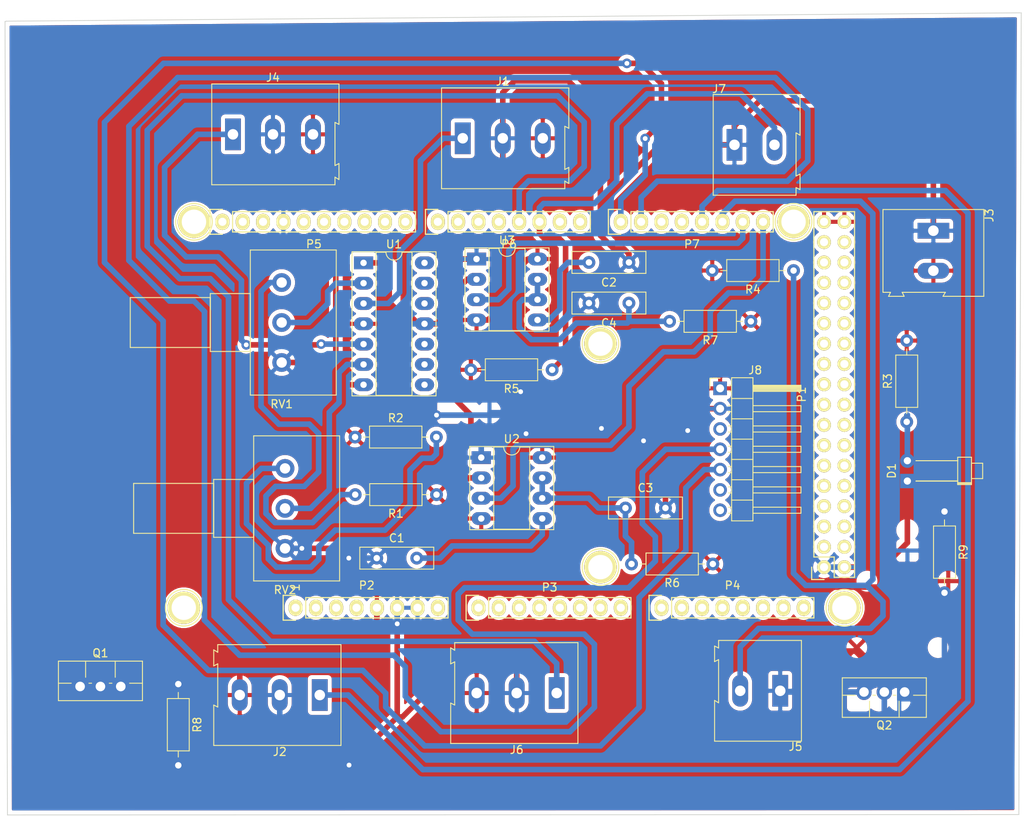
<source format=kicad_pcb>
(kicad_pcb (version 20171130) (host pcbnew "(5.1.6)-1")
  (title_block (date "mar. 31 mars 2015"))
  (layers (0 F.Cu signal) (31 B.Cu signal) (34 B.Paste user) (35 F.Paste user) (36 B.SilkS user) (37 F.SilkS user) (38 B.Mask user) (39 F.Mask user) (44 Edge.Cuts user))
  (net 0 "")
  (net 1 GND)
  (net 2 "Net-(C1-Pad2)")
  (net 3 "Net-(C2-Pad2)")
  (net 4 "Net-(C3-Pad1)")
  (net 5 "Net-(C4-Pad1)")
  (net 6 "Net-(D1-Pad2)")
  (net 7 IR_GENTS)
  (net 8 INT3_FLOW_GENTS)
  (net 9 IR_LADIES)
  (net 10 INT5_FLOW_LADIES)
  (net 11 INT4_REED_LADIES)
  (net 12 INT2_REED_GENTS)
  (net 13 INT1_LADIES)
  (net 14 INT0_GENTS)
  (net 15 "Net-(R1-Pad2)")
  (net 16 "Net-(R2-Pad2)")
  (net 17 CV_GENTS)
  (net 18 CV_LADIES)
  (net 19 GENTS_VOUT)
  (net 20 MCU_RX)
  (net 21 MCU_TX)
  (net 22 "Net-(Q1-Pad1)")
  (net 23 "Net-(Q2-Pad1)")
  (net 24 VCC)
  (net 25 LADIES_VOUT)
  (module Resistor_THT:R_Axial_DIN0207_L6.3mm_D2.5mm_P10.16mm_Horizontal (layer F.Cu) (at 116.66 128.67 270)
    (fp_text reference R8 (at 5.08 -2.37 90) (layer F.SilkS))
    (fp_text value R)
    (pad 1 thru_hole circle (at 0 0 270) (size 1.6 1.6) (drill 0.8) (layers *.Cu *.Mask) (net 25 LADIES_VOUT))
    (pad 2 thru_hole oval (at 10.16 0 270) (size 1.6 1.6) (drill 0.8) (layers *.Cu *.Mask) (net 24 VCC))
  )
  (module Potentiometer_THT:Potentiometer_Alps_RK163_Single_Horizontal (layer F.Cu) (at 130 101.7 180)
    (fp_text reference RV2 (at 0 -15.2) (layer F.SilkS))
    (fp_text value R_POT)
    (pad 3 thru_hole circle (at 0 -10 180) (size 2.34 2.34) (drill 1.3) (layers *.Cu *.Mask) (net 1 GND))
    (pad 2 thru_hole circle (at 0 -5 180) (size 2.34 2.34) (drill 1.3) (layers *.Cu *.Mask) (net 18 CV_LADIES))
    (pad 1 thru_hole circle (at 0 0 180) (size 2.34 2.34) (drill 1.3) (layers *.Cu *.Mask) (net 16 "Net-(R2-Pad2)"))
  )
  (module Socket_Arduino_Mega:Socket_Strip_Arduino_2x18 (layer F.Cu) (at 197.358 114.046 90)
    (fp_text reference P1 (at 21.59 -2.794 90) (layer F.SilkS))
    (fp_text value Digital)
    (pad 1 thru_hole circle (at 0 0 90) (size 1.7272 1.7272) (drill 1.016) (layers *.Cu *.Mask F.SilkS) (net 1 GND))
    (pad 2 thru_hole oval (at 0 2.54 90) (size 1.7272 1.7272) (drill 1.016) (layers *.Cu *.Mask F.SilkS) (net 1 GND))
    (pad 3 thru_hole oval (at 2.54 0 90) (size 1.7272 1.7272) (drill 1.016) (layers *.Cu *.Mask F.SilkS))
    (pad 4 thru_hole oval (at 2.54 2.54 90) (size 1.7272 1.7272) (drill 1.016) (layers *.Cu *.Mask F.SilkS))
    (pad 5 thru_hole oval (at 5.08 0 90) (size 1.7272 1.7272) (drill 1.016) (layers *.Cu *.Mask F.SilkS))
    (pad 6 thru_hole oval (at 5.08 2.54 90) (size 1.7272 1.7272) (drill 1.016) (layers *.Cu *.Mask F.SilkS))
    (pad 7 thru_hole oval (at 7.62 0 90) (size 1.7272 1.7272) (drill 1.016) (layers *.Cu *.Mask F.SilkS))
    (pad 8 thru_hole oval (at 7.62 2.54 90) (size 1.7272 1.7272) (drill 1.016) (layers *.Cu *.Mask F.SilkS))
    (pad 9 thru_hole oval (at 10.16 0 90) (size 1.7272 1.7272) (drill 1.016) (layers *.Cu *.Mask F.SilkS))
    (pad 10 thru_hole oval (at 10.16 2.54 90) (size 1.7272 1.7272) (drill 1.016) (layers *.Cu *.Mask F.SilkS))
    (pad 11 thru_hole oval (at 12.7 0 90) (size 1.7272 1.7272) (drill 1.016) (layers *.Cu *.Mask F.SilkS))
    (pad 12 thru_hole oval (at 12.7 2.54 90) (size 1.7272 1.7272) (drill 1.016) (layers *.Cu *.Mask F.SilkS))
    (pad 13 thru_hole oval (at 15.24 0 90) (size 1.7272 1.7272) (drill 1.016) (layers *.Cu *.Mask F.SilkS))
    (pad 14 thru_hole oval (at 15.24 2.54 90) (size 1.7272 1.7272) (drill 1.016) (layers *.Cu *.Mask F.SilkS))
    (pad 15 thru_hole oval (at 17.78 0 90) (size 1.7272 1.7272) (drill 1.016) (layers *.Cu *.Mask F.SilkS))
    (pad 16 thru_hole oval (at 17.78 2.54 90) (size 1.7272 1.7272) (drill 1.016) (layers *.Cu *.Mask F.SilkS))
    (pad 17 thru_hole oval (at 20.32 0 90) (size 1.7272 1.7272) (drill 1.016) (layers *.Cu *.Mask F.SilkS))
    (pad 18 thru_hole oval (at 20.32 2.54 90) (size 1.7272 1.7272) (drill 1.016) (layers *.Cu *.Mask F.SilkS))
    (pad 19 thru_hole oval (at 22.86 0 90) (size 1.7272 1.7272) (drill 1.016) (layers *.Cu *.Mask F.SilkS))
    (pad 20 thru_hole oval (at 22.86 2.54 90) (size 1.7272 1.7272) (drill 1.016) (layers *.Cu *.Mask F.SilkS))
    (pad 21 thru_hole oval (at 25.4 0 90) (size 1.7272 1.7272) (drill 1.016) (layers *.Cu *.Mask F.SilkS))
    (pad 22 thru_hole oval (at 25.4 2.54 90) (size 1.7272 1.7272) (drill 1.016) (layers *.Cu *.Mask F.SilkS))
    (pad 23 thru_hole oval (at 27.94 0 90) (size 1.7272 1.7272) (drill 1.016) (layers *.Cu *.Mask F.SilkS))
    (pad 24 thru_hole oval (at 27.94 2.54 90) (size 1.7272 1.7272) (drill 1.016) (layers *.Cu *.Mask F.SilkS))
    (pad 25 thru_hole oval (at 30.48 0 90) (size 1.7272 1.7272) (drill 1.016) (layers *.Cu *.Mask F.SilkS))
    (pad 26 thru_hole oval (at 30.48 2.54 90) (size 1.7272 1.7272) (drill 1.016) (layers *.Cu *.Mask F.SilkS))
    (pad 27 thru_hole oval (at 33.02 0 90) (size 1.7272 1.7272) (drill 1.016) (layers *.Cu *.Mask F.SilkS))
    (pad 28 thru_hole oval (at 33.02 2.54 90) (size 1.7272 1.7272) (drill 1.016) (layers *.Cu *.Mask F.SilkS))
    (pad 29 thru_hole oval (at 35.56 0 90) (size 1.7272 1.7272) (drill 1.016) (layers *.Cu *.Mask F.SilkS))
    (pad 30 thru_hole oval (at 35.56 2.54 90) (size 1.7272 1.7272) (drill 1.016) (layers *.Cu *.Mask F.SilkS))
    (pad 31 thru_hole oval (at 38.1 0 90) (size 1.7272 1.7272) (drill 1.016) (layers *.Cu *.Mask F.SilkS))
    (pad 32 thru_hole oval (at 38.1 2.54 90) (size 1.7272 1.7272) (drill 1.016) (layers *.Cu *.Mask F.SilkS))
    (pad 33 thru_hole oval (at 40.64 0 90) (size 1.7272 1.7272) (drill 1.016) (layers *.Cu *.Mask F.SilkS))
    (pad 34 thru_hole oval (at 40.64 2.54 90) (size 1.7272 1.7272) (drill 1.016) (layers *.Cu *.Mask F.SilkS))
    (pad 35 thru_hole oval (at 43.18 0 90) (size 1.7272 1.7272) (drill 1.016) (layers *.Cu *.Mask F.SilkS) (net 24 VCC))
    (pad 36 thru_hole oval (at 43.18 2.54 90) (size 1.7272 1.7272) (drill 1.016) (layers *.Cu *.Mask F.SilkS) (net 24 VCC))
  )
  (module Socket_Arduino_Mega:Socket_Strip_Arduino_1x08 (layer F.Cu) (at 131.318 119.126)
    (fp_text reference P2 (at 8.89 -2.794) (layer F.SilkS))
    (fp_text value Power)
    (pad 1 thru_hole oval (at 0 0) (size 1.7272 2.032) (drill 1.016) (layers *.Cu *.Mask F.SilkS))
    (pad 2 thru_hole oval (at 2.54 0) (size 1.7272 2.032) (drill 1.016) (layers *.Cu *.Mask F.SilkS))
    (pad 3 thru_hole oval (at 5.08 0) (size 1.7272 2.032) (drill 1.016) (layers *.Cu *.Mask F.SilkS))
    (pad 4 thru_hole oval (at 7.62 0) (size 1.7272 2.032) (drill 1.016) (layers *.Cu *.Mask F.SilkS))
    (pad 5 thru_hole oval (at 10.16 0) (size 1.7272 2.032) (drill 1.016) (layers *.Cu *.Mask F.SilkS) (net 24 VCC))
    (pad 6 thru_hole oval (at 12.7 0) (size 1.7272 2.032) (drill 1.016) (layers *.Cu *.Mask F.SilkS) (net 1 GND))
    (pad 7 thru_hole oval (at 15.24 0) (size 1.7272 2.032) (drill 1.016) (layers *.Cu *.Mask F.SilkS) (net 1 GND))
    (pad 8 thru_hole oval (at 17.78 0) (size 1.7272 2.032) (drill 1.016) (layers *.Cu *.Mask F.SilkS))
  )
  (module Socket_Arduino_Mega:Socket_Strip_Arduino_1x08 (layer F.Cu) (at 154.178 119.126)
    (fp_text reference P3 (at 8.89 -2.54) (layer F.SilkS))
    (fp_text value Analog)
    (pad 1 thru_hole oval (at 0 0) (size 1.7272 2.032) (drill 1.016) (layers *.Cu *.Mask F.SilkS))
    (pad 2 thru_hole oval (at 2.54 0) (size 1.7272 2.032) (drill 1.016) (layers *.Cu *.Mask F.SilkS))
    (pad 3 thru_hole oval (at 5.08 0) (size 1.7272 2.032) (drill 1.016) (layers *.Cu *.Mask F.SilkS))
    (pad 4 thru_hole oval (at 7.62 0) (size 1.7272 2.032) (drill 1.016) (layers *.Cu *.Mask F.SilkS))
    (pad 5 thru_hole oval (at 10.16 0) (size 1.7272 2.032) (drill 1.016) (layers *.Cu *.Mask F.SilkS))
    (pad 6 thru_hole oval (at 12.7 0) (size 1.7272 2.032) (drill 1.016) (layers *.Cu *.Mask F.SilkS))
    (pad 7 thru_hole oval (at 15.24 0) (size 1.7272 2.032) (drill 1.016) (layers *.Cu *.Mask F.SilkS))
    (pad 8 thru_hole oval (at 17.78 0) (size 1.7272 2.032) (drill 1.016) (layers *.Cu *.Mask F.SilkS))
  )
  (module Socket_Arduino_Mega:Socket_Strip_Arduino_1x08 (layer F.Cu) (at 177.038 119.126)
    (fp_text reference P4 (at 8.89 -2.794) (layer F.SilkS))
    (fp_text value Analog)
    (pad 1 thru_hole oval (at 0 0) (size 1.7272 2.032) (drill 1.016) (layers *.Cu *.Mask F.SilkS))
    (pad 2 thru_hole oval (at 2.54 0) (size 1.7272 2.032) (drill 1.016) (layers *.Cu *.Mask F.SilkS))
    (pad 3 thru_hole oval (at 5.08 0) (size 1.7272 2.032) (drill 1.016) (layers *.Cu *.Mask F.SilkS))
    (pad 4 thru_hole oval (at 7.62 0) (size 1.7272 2.032) (drill 1.016) (layers *.Cu *.Mask F.SilkS))
    (pad 5 thru_hole oval (at 10.16 0) (size 1.7272 2.032) (drill 1.016) (layers *.Cu *.Mask F.SilkS))
    (pad 6 thru_hole oval (at 12.7 0) (size 1.7272 2.032) (drill 1.016) (layers *.Cu *.Mask F.SilkS))
    (pad 7 thru_hole oval (at 15.24 0) (size 1.7272 2.032) (drill 1.016) (layers *.Cu *.Mask F.SilkS))
    (pad 8 thru_hole oval (at 17.78 0) (size 1.7272 2.032) (drill 1.016) (layers *.Cu *.Mask F.SilkS))
  )
  (module Socket_Arduino_Mega:Socket_Strip_Arduino_1x10 (layer F.Cu) (at 122.174 70.866)
    (fp_text reference P5 (at 11.43 2.794) (layer F.SilkS))
    (fp_text value PWM)
    (pad 1 thru_hole oval (at 0 0) (size 1.7272 2.032) (drill 1.016) (layers *.Cu *.Mask F.SilkS))
    (pad 2 thru_hole oval (at 2.54 0) (size 1.7272 2.032) (drill 1.016) (layers *.Cu *.Mask F.SilkS))
    (pad 3 thru_hole oval (at 5.08 0) (size 1.7272 2.032) (drill 1.016) (layers *.Cu *.Mask F.SilkS))
    (pad 4 thru_hole oval (at 7.62 0) (size 1.7272 2.032) (drill 1.016) (layers *.Cu *.Mask F.SilkS) (net 1 GND))
    (pad 5 thru_hole oval (at 10.16 0) (size 1.7272 2.032) (drill 1.016) (layers *.Cu *.Mask F.SilkS))
    (pad 6 thru_hole oval (at 12.7 0) (size 1.7272 2.032) (drill 1.016) (layers *.Cu *.Mask F.SilkS))
    (pad 7 thru_hole oval (at 15.24 0) (size 1.7272 2.032) (drill 1.016) (layers *.Cu *.Mask F.SilkS))
    (pad 8 thru_hole oval (at 17.78 0) (size 1.7272 2.032) (drill 1.016) (layers *.Cu *.Mask F.SilkS))
    (pad 9 thru_hole oval (at 20.32 0) (size 1.7272 2.032) (drill 1.016) (layers *.Cu *.Mask F.SilkS))
    (pad 10 thru_hole oval (at 22.86 0) (size 1.7272 2.032) (drill 1.016) (layers *.Cu *.Mask F.SilkS))
  )
  (module Socket_Arduino_Mega:Socket_Strip_Arduino_1x08 (layer F.Cu) (at 149.098 70.866)
    (fp_text reference P6 (at 8.89 2.794) (layer F.SilkS))
    (fp_text value PWM)
    (pad 1 thru_hole oval (at 0 0) (size 1.7272 2.032) (drill 1.016) (layers *.Cu *.Mask F.SilkS))
    (pad 2 thru_hole oval (at 2.54 0) (size 1.7272 2.032) (drill 1.016) (layers *.Cu *.Mask F.SilkS))
    (pad 3 thru_hole oval (at 5.08 0) (size 1.7272 2.032) (drill 1.016) (layers *.Cu *.Mask F.SilkS))
    (pad 4 thru_hole oval (at 7.62 0) (size 1.7272 2.032) (drill 1.016) (layers *.Cu *.Mask F.SilkS))
    (pad 5 thru_hole oval (at 10.16 0) (size 1.7272 2.032) (drill 1.016) (layers *.Cu *.Mask F.SilkS) (net 10 INT5_FLOW_LADIES))
    (pad 6 thru_hole oval (at 12.7 0) (size 1.7272 2.032) (drill 1.016) (layers *.Cu *.Mask F.SilkS) (net 11 INT4_REED_LADIES))
    (pad 7 thru_hole oval (at 15.24 0) (size 1.7272 2.032) (drill 1.016) (layers *.Cu *.Mask F.SilkS))
    (pad 8 thru_hole oval (at 17.78 0) (size 1.7272 2.032) (drill 1.016) (layers *.Cu *.Mask F.SilkS))
  )
  (module Socket_Arduino_Mega:Socket_Strip_Arduino_1x08 (layer F.Cu) (at 171.958 70.866)
    (fp_text reference P7 (at 8.89 2.794) (layer F.SilkS))
    (fp_text value Communication)
    (pad 1 thru_hole oval (at 0 0) (size 1.7272 2.032) (drill 1.016) (layers *.Cu *.Mask F.SilkS) (net 21 MCU_TX))
    (pad 2 thru_hole oval (at 2.54 0) (size 1.7272 2.032) (drill 1.016) (layers *.Cu *.Mask F.SilkS) (net 20 MCU_RX))
    (pad 3 thru_hole oval (at 5.08 0) (size 1.7272 2.032) (drill 1.016) (layers *.Cu *.Mask F.SilkS))
    (pad 4 thru_hole oval (at 7.62 0) (size 1.7272 2.032) (drill 1.016) (layers *.Cu *.Mask F.SilkS))
    (pad 5 thru_hole oval (at 10.16 0) (size 1.7272 2.032) (drill 1.016) (layers *.Cu *.Mask F.SilkS) (net 8 INT3_FLOW_GENTS))
    (pad 6 thru_hole oval (at 12.7 0) (size 1.7272 2.032) (drill 1.016) (layers *.Cu *.Mask F.SilkS) (net 12 INT2_REED_GENTS))
    (pad 7 thru_hole oval (at 15.24 0) (size 1.7272 2.032) (drill 1.016) (layers *.Cu *.Mask F.SilkS) (net 13 INT1_LADIES))
    (pad 8 thru_hole oval (at 17.78 0) (size 1.7272 2.032) (drill 1.016) (layers *.Cu *.Mask F.SilkS) (net 14 INT0_GENTS))
  )
  (module Socket_Arduino_Mega:Arduino_1pin (layer F.Cu) (at 117.348 119.126)
    (fp_text reference P8 hide)
    (fp_text value CONN_01X01 hide)
    (pad 1 thru_hole circle (at 0 0) (size 4.064 4.064) (drill 3.048) (layers *.Cu *.Mask F.SilkS))
  )
  (module Socket_Arduino_Mega:Arduino_1pin (layer F.Cu) (at 169.418 114.046)
    (fp_text reference P9 hide)
    (fp_text value CONN_01X01 hide)
    (pad 1 thru_hole circle (at 0 0) (size 4.064 4.064) (drill 3.048) (layers *.Cu *.Mask F.SilkS))
  )
  (module Socket_Arduino_Mega:Arduino_1pin (layer F.Cu) (at 199.898 119.126)
    (fp_text reference P10 hide)
    (fp_text value CONN_01X01 hide)
    (pad 1 thru_hole circle (at 0 0) (size 4.064 4.064) (drill 3.048) (layers *.Cu *.Mask F.SilkS))
  )
  (module Socket_Arduino_Mega:Arduino_1pin (layer F.Cu) (at 118.618 70.866)
    (fp_text reference P11 hide)
    (fp_text value CONN_01X01 hide)
    (pad 1 thru_hole circle (at 0 0) (size 4.064 4.064) (drill 3.048) (layers *.Cu *.Mask F.SilkS))
  )
  (module Socket_Arduino_Mega:Arduino_1pin (layer F.Cu) (at 169.418 86.106)
    (fp_text reference P12 hide)
    (fp_text value CONN_01X01 hide)
    (pad 1 thru_hole circle (at 0 0) (size 4.064 4.064) (drill 3.048) (layers *.Cu *.Mask F.SilkS))
  )
  (module Socket_Arduino_Mega:Arduino_1pin (layer F.Cu) (at 193.548 70.866)
    (fp_text reference P13 hide)
    (fp_text value CONN_01X01 hide)
    (pad 1 thru_hole circle (at 0 0) (size 4.064 4.064) (drill 3.048) (layers *.Cu *.Mask F.SilkS))
  )
  (module Capacitor_THT:C_Disc_D9.0mm_W2.5mm_P5.00mm (layer F.Cu) (at 141.46 112.92)
    (fp_text reference C1 (at 2.5 -2.5) (layer F.SilkS))
    (fp_text value C)
    (pad 1 thru_hole circle (at 0 0) (size 1.6 1.6) (drill 0.8) (layers *.Cu *.Mask) (net 1 GND))
    (pad 2 thru_hole circle (at 5 0) (size 1.6 1.6) (drill 0.8) (layers *.Cu *.Mask) (net 2 "Net-(C1-Pad2)"))
  )
  (module Capacitor_THT:C_Disc_D9.0mm_W2.5mm_P5.00mm (layer F.Cu) (at 172.974 75.946 180)
    (fp_text reference C2 (at 2.5 -2.5) (layer F.SilkS))
    (fp_text value C)
    (pad 1 thru_hole circle (at 0 0 180) (size 1.6 1.6) (drill 0.8) (layers *.Cu *.Mask) (net 1 GND))
    (pad 2 thru_hole circle (at 5 0 180) (size 1.6 1.6) (drill 0.8) (layers *.Cu *.Mask) (net 3 "Net-(C2-Pad2)"))
  )
  (module Capacitor_THT:C_Disc_D9.0mm_W2.5mm_P5.00mm (layer F.Cu) (at 172.54 106.65)
    (fp_text reference C3 (at 2.5 -2.5) (layer F.SilkS))
    (fp_text value C)
    (pad 2 thru_hole circle (at 5 0) (size 1.6 1.6) (drill 0.8) (layers *.Cu *.Mask) (net 1 GND))
    (pad 1 thru_hole circle (at 0 0) (size 1.6 1.6) (drill 0.8) (layers *.Cu *.Mask) (net 4 "Net-(C3-Pad1)"))
  )
  (module Capacitor_THT:C_Disc_D9.0mm_W2.5mm_P5.00mm (layer F.Cu) (at 172.974 81.026 180)
    (fp_text reference C4 (at 2.5 -2.5) (layer F.SilkS))
    (fp_text value C)
    (pad 2 thru_hole circle (at 5 0 180) (size 1.6 1.6) (drill 0.8) (layers *.Cu *.Mask) (net 1 GND))
    (pad 1 thru_hole circle (at 0 0 180) (size 1.6 1.6) (drill 0.8) (layers *.Cu *.Mask) (net 5 "Net-(C4-Pad1)"))
  )
  (module LED_THT:LED_D1.8mm_W1.8mm_H2.4mm_Horizontal_O6.35mm_Z8.2mm (layer F.Cu) (at 207.77 103.28 90)
    (fp_text reference D1 (at 1.27 -1.96 90) (layer F.SilkS))
    (fp_text value LED)
    (pad 1 thru_hole rect (at 0 0 90) (size 1.8 1.8) (drill 0.9) (layers *.Cu *.Mask) (net 1 GND))
    (pad 2 thru_hole circle (at 2.54 0 90) (size 1.8 1.8) (drill 0.9) (layers *.Cu *.Mask) (net 6 "Net-(D1-Pad2)"))
  )
  (module TerminalBlock:TerminalBlock_Altech_AK300-3_P5.00mm (layer F.Cu) (at 152.21 60.42)
    (fp_text reference J1 (at 5 -7.1) (layer F.SilkS))
    (fp_text value Screw_Terminal_01x03)
    (pad 3 thru_hole oval (at 10 0) (size 1.98 3.96) (drill 1.32) (layers *.Cu *.Mask) (net 24 VCC))
    (pad 2 thru_hole oval (at 5 0) (size 1.98 3.96) (drill 1.32) (layers *.Cu *.Mask) (net 1 GND))
    (pad 1 thru_hole rect (at 0 0) (size 1.98 3.96) (drill 1.32) (layers *.Cu *.Mask) (net 7 IR_GENTS))
  )
  (module TerminalBlock:TerminalBlock_Altech_AK300-3_P5.00mm (layer F.Cu) (at 134.34 130.04 180)
    (fp_text reference J2 (at 5 -7.1) (layer F.SilkS))
    (fp_text value Screw_Terminal_01x03)
    (pad 3 thru_hole oval (at 10 0 180) (size 1.98 3.96) (drill 1.32) (layers *.Cu *.Mask) (net 24 VCC))
    (pad 2 thru_hole oval (at 5 0 180) (size 1.98 3.96) (drill 1.32) (layers *.Cu *.Mask) (net 1 GND))
    (pad 1 thru_hole rect (at 0 0 180) (size 1.98 3.96) (drill 1.32) (layers *.Cu *.Mask) (net 8 INT3_FLOW_GENTS))
  )
  (module TerminalBlock:TerminalBlock_Altech_AK300-2_P5.00mm (layer F.Cu) (at 211.02 71.98 270)
    (fp_text reference J3 (at -1.92 -6.99 90) (layer F.SilkS))
    (fp_text value Screw_Terminal_01x02)
    (pad 2 thru_hole oval (at 5 0 270) (size 1.98 3.96) (drill 1.32) (layers *.Cu *.Mask) (net 24 VCC))
    (pad 1 thru_hole rect (at 0 0 270) (size 1.98 3.96) (drill 1.32) (layers *.Cu *.Mask) (net 1 GND))
  )
  (module TerminalBlock:TerminalBlock_Altech_AK300-3_P5.00mm (layer F.Cu) (at 123.49 59.93)
    (fp_text reference J4 (at 5 -7.1) (layer F.SilkS))
    (fp_text value Screw_Terminal_01x03)
    (pad 1 thru_hole rect (at 0 0) (size 1.98 3.96) (drill 1.32) (layers *.Cu *.Mask) (net 9 IR_LADIES))
    (pad 2 thru_hole oval (at 5 0) (size 1.98 3.96) (drill 1.32) (layers *.Cu *.Mask) (net 1 GND))
    (pad 3 thru_hole oval (at 10 0) (size 1.98 3.96) (drill 1.32) (layers *.Cu *.Mask) (net 24 VCC))
  )
  (module TerminalBlock:TerminalBlock_Altech_AK300-2_P5.00mm (layer F.Cu) (at 191.88 129.51 180)
    (fp_text reference J5 (at -1.92 -6.99) (layer F.SilkS))
    (fp_text value Screw_Terminal_01x02)
    (pad 1 thru_hole rect (at 0 0 180) (size 1.98 3.96) (drill 1.32) (layers *.Cu *.Mask) (net 1 GND))
    (pad 2 thru_hole oval (at 5 0 180) (size 1.98 3.96) (drill 1.32) (layers *.Cu *.Mask) (net 12 INT2_REED_GENTS))
  )
  (module TerminalBlock:TerminalBlock_Altech_AK300-3_P5.00mm (layer F.Cu) (at 163.95 129.79 180)
    (fp_text reference J6 (at 5 -7.1) (layer F.SilkS))
    (fp_text value Screw_Terminal_01x03)
    (pad 1 thru_hole rect (at 0 0 180) (size 1.98 3.96) (drill 1.32) (layers *.Cu *.Mask) (net 10 INT5_FLOW_LADIES))
    (pad 2 thru_hole oval (at 5 0 180) (size 1.98 3.96) (drill 1.32) (layers *.Cu *.Mask) (net 1 GND))
    (pad 3 thru_hole oval (at 10 0 180) (size 1.98 3.96) (drill 1.32) (layers *.Cu *.Mask) (net 24 VCC))
  )
  (module TerminalBlock:TerminalBlock_Altech_AK300-2_P5.00mm (layer F.Cu) (at 186.16 61.24)
    (fp_text reference J7 (at -1.92 -6.99) (layer F.SilkS))
    (fp_text value Screw_Terminal_01x02)
    (pad 1 thru_hole rect (at 0 0) (size 1.98 3.96) (drill 1.32) (layers *.Cu *.Mask) (net 1 GND))
    (pad 2 thru_hole oval (at 5 0) (size 1.98 3.96) (drill 1.32) (layers *.Cu *.Mask) (net 11 INT4_REED_LADIES))
  )
  (module Connector_PinHeader_2.54mm:PinHeader_1x07_P2.54mm_Horizontal (layer F.Cu) (at 184.37 91.69)
    (fp_text reference J8 (at 4.385 -2.27) (layer F.SilkS))
    (fp_text value Conn_01x07_Male)
    (pad 1 thru_hole rect (at 0 0) (size 1.7 1.7) (drill 1) (layers *.Cu *.Mask) (net 24 VCC))
    (pad 2 thru_hole oval (at 0 2.54) (size 1.7 1.7) (drill 1) (layers *.Cu *.Mask) (net 1 GND))
    (pad 3 thru_hole oval (at 0 5.08) (size 1.7 1.7) (drill 1) (layers *.Cu *.Mask))
    (pad 4 thru_hole oval (at 0 7.62) (size 1.7 1.7) (drill 1) (layers *.Cu *.Mask) (net 20 MCU_RX))
    (pad 5 thru_hole oval (at 0 10.16) (size 1.7 1.7) (drill 1) (layers *.Cu *.Mask) (net 21 MCU_TX))
    (pad 6 thru_hole oval (at 0 12.7) (size 1.7 1.7) (drill 1) (layers *.Cu *.Mask))
    (pad 7 thru_hole oval (at 0 15.24) (size 1.7 1.7) (drill 1) (layers *.Cu *.Mask))
  )
  (module Resistor_THT:R_Axial_DIN0207_L6.3mm_D2.5mm_P10.16mm_Horizontal (layer F.Cu) (at 148.93 104.98 180)
    (fp_text reference R1 (at 5.08 -2.37) (layer F.SilkS))
    (fp_text value R)
    (pad 1 thru_hole circle (at 0 0 180) (size 1.6 1.6) (drill 0.8) (layers *.Cu *.Mask) (net 24 VCC))
    (pad 2 thru_hole oval (at 10.16 0 180) (size 1.6 1.6) (drill 0.8) (layers *.Cu *.Mask) (net 15 "Net-(R1-Pad2)"))
  )
  (module Resistor_THT:R_Axial_DIN0207_L6.3mm_D2.5mm_P10.16mm_Horizontal (layer F.Cu) (at 138.75 97.78)
    (fp_text reference R2 (at 5.08 -2.37) (layer F.SilkS))
    (fp_text value R)
    (pad 2 thru_hole oval (at 10.16 0) (size 1.6 1.6) (drill 0.8) (layers *.Cu *.Mask) (net 16 "Net-(R2-Pad2)"))
    (pad 1 thru_hole circle (at 0 0) (size 1.6 1.6) (drill 0.8) (layers *.Cu *.Mask) (net 24 VCC))
  )
  (module Resistor_THT:R_Axial_DIN0207_L6.3mm_D2.5mm_P10.16mm_Horizontal (layer F.Cu) (at 207.69 95.88 90)
    (fp_text reference R3 (at 5.08 -2.37 90) (layer F.SilkS))
    (fp_text value R)
    (pad 1 thru_hole circle (at 0 0 90) (size 1.6 1.6) (drill 0.8) (layers *.Cu *.Mask) (net 6 "Net-(D1-Pad2)"))
    (pad 2 thru_hole oval (at 10.16 0 90) (size 1.6 1.6) (drill 0.8) (layers *.Cu *.Mask) (net 24 VCC))
  )
  (module Resistor_THT:R_Axial_DIN0207_L6.3mm_D2.5mm_P10.16mm_Horizontal (layer F.Cu) (at 193.548 76.962 180)
    (fp_text reference R4 (at 5.08 -2.37) (layer F.SilkS))
    (fp_text value R)
    (pad 1 thru_hole circle (at 0 0 180) (size 1.6 1.6) (drill 0.8) (layers *.Cu *.Mask) (net 12 INT2_REED_GENTS))
    (pad 2 thru_hole oval (at 10.16 0 180) (size 1.6 1.6) (drill 0.8) (layers *.Cu *.Mask) (net 24 VCC))
  )
  (module Resistor_THT:R_Axial_DIN0207_L6.3mm_D2.5mm_P10.16mm_Horizontal (layer F.Cu) (at 163.38 89.37 180)
    (fp_text reference R5 (at 5.08 -2.37) (layer F.SilkS))
    (fp_text value R)
    (pad 2 thru_hole oval (at 10.16 0 180) (size 1.6 1.6) (drill 0.8) (layers *.Cu *.Mask) (net 24 VCC))
    (pad 1 thru_hole circle (at 0 0 180) (size 1.6 1.6) (drill 0.8) (layers *.Cu *.Mask) (net 11 INT4_REED_LADIES))
  )
  (module Resistor_THT:R_Axial_DIN0207_L6.3mm_D2.5mm_P10.16mm_Horizontal (layer F.Cu) (at 183.46 113.65 180)
    (fp_text reference R6 (at 5.08 -2.37) (layer F.SilkS))
    (fp_text value R)
    (pad 2 thru_hole oval (at 10.16 0 180) (size 1.6 1.6) (drill 0.8) (layers *.Cu *.Mask) (net 4 "Net-(C3-Pad1)"))
    (pad 1 thru_hole circle (at 0 0 180) (size 1.6 1.6) (drill 0.8) (layers *.Cu *.Mask) (net 24 VCC))
  )
  (module Resistor_THT:R_Axial_DIN0207_L6.3mm_D2.5mm_P10.16mm_Horizontal (layer F.Cu) (at 188.214 83.312 180)
    (fp_text reference R7 (at 5.08 -2.37) (layer F.SilkS))
    (fp_text value R)
    (pad 1 thru_hole circle (at 0 0 180) (size 1.6 1.6) (drill 0.8) (layers *.Cu *.Mask) (net 24 VCC))
    (pad 2 thru_hole oval (at 10.16 0 180) (size 1.6 1.6) (drill 0.8) (layers *.Cu *.Mask) (net 5 "Net-(C4-Pad1)"))
  )
  (module Potentiometer_THT:Potentiometer_Alps_RK163_Single_Horizontal (layer F.Cu) (at 129.58 78.46 180)
    (fp_text reference RV1 (at 0 -15.2) (layer F.SilkS))
    (fp_text value R_POT)
    (pad 1 thru_hole circle (at 0 0 180) (size 2.34 2.34) (drill 1.3) (layers *.Cu *.Mask) (net 15 "Net-(R1-Pad2)"))
    (pad 2 thru_hole circle (at 0 -5 180) (size 2.34 2.34) (drill 1.3) (layers *.Cu *.Mask) (net 17 CV_GENTS))
    (pad 3 thru_hole circle (at 0 -10 180) (size 2.34 2.34) (drill 1.3) (layers *.Cu *.Mask) (net 1 GND))
  )
  (module Package_DIP:DIP-14_W7.62mm_Socket_LongPads (layer F.Cu) (at 139.81 76)
    (fp_text reference U1 (at 3.81 -2.33) (layer F.SilkS))
    (fp_text value LM324A)
    (pad 1 thru_hole rect (at 0 0) (size 2.4 1.6) (drill 0.8) (layers *.Cu *.Mask) (net 23 "Net-(Q2-Pad1)"))
    (pad 8 thru_hole oval (at 7.62 15.24) (size 2.4 1.6) (drill 0.8) (layers *.Cu *.Mask))
    (pad 2 thru_hole oval (at 0 2.54) (size 2.4 1.6) (drill 0.8) (layers *.Cu *.Mask) (net 17 CV_GENTS))
    (pad 9 thru_hole oval (at 7.62 12.7) (size 2.4 1.6) (drill 0.8) (layers *.Cu *.Mask))
    (pad 3 thru_hole oval (at 0 5.08) (size 2.4 1.6) (drill 0.8) (layers *.Cu *.Mask) (net 7 IR_GENTS))
    (pad 10 thru_hole oval (at 7.62 10.16) (size 2.4 1.6) (drill 0.8) (layers *.Cu *.Mask))
    (pad 4 thru_hole oval (at 0 7.62) (size 2.4 1.6) (drill 0.8) (layers *.Cu *.Mask) (net 24 VCC))
    (pad 11 thru_hole oval (at 7.62 7.62) (size 2.4 1.6) (drill 0.8) (layers *.Cu *.Mask) (net 1 GND))
    (pad 5 thru_hole oval (at 0 10.16) (size 2.4 1.6) (drill 0.8) (layers *.Cu *.Mask) (net 9 IR_LADIES))
    (pad 12 thru_hole oval (at 7.62 5.08) (size 2.4 1.6) (drill 0.8) (layers *.Cu *.Mask))
    (pad 6 thru_hole oval (at 0 12.7) (size 2.4 1.6) (drill 0.8) (layers *.Cu *.Mask) (net 18 CV_LADIES))
    (pad 13 thru_hole oval (at 7.62 2.54) (size 2.4 1.6) (drill 0.8) (layers *.Cu *.Mask))
    (pad 7 thru_hole oval (at 0 15.24) (size 2.4 1.6) (drill 0.8) (layers *.Cu *.Mask) (net 22 "Net-(Q1-Pad1)"))
    (pad 14 thru_hole oval (at 7.62 0) (size 2.4 1.6) (drill 0.8) (layers *.Cu *.Mask))
  )
  (module Package_DIP:DIP-8_W7.62mm_Socket_LongPads (layer F.Cu) (at 154.52 100.35)
    (fp_text reference U2 (at 3.81 -2.33) (layer F.SilkS))
    (fp_text value NE555P)
    (pad 1 thru_hole rect (at 0 0) (size 2.4 1.6) (drill 0.8) (layers *.Cu *.Mask) (net 1 GND))
    (pad 5 thru_hole oval (at 7.62 7.62) (size 2.4 1.6) (drill 0.8) (layers *.Cu *.Mask) (net 2 "Net-(C1-Pad2)"))
    (pad 2 thru_hole oval (at 0 2.54) (size 2.4 1.6) (drill 0.8) (layers *.Cu *.Mask) (net 19 GENTS_VOUT))
    (pad 6 thru_hole oval (at 7.62 5.08) (size 2.4 1.6) (drill 0.8) (layers *.Cu *.Mask) (net 4 "Net-(C3-Pad1)"))
    (pad 3 thru_hole oval (at 0 5.08) (size 2.4 1.6) (drill 0.8) (layers *.Cu *.Mask) (net 14 INT0_GENTS))
    (pad 7 thru_hole oval (at 7.62 2.54) (size 2.4 1.6) (drill 0.8) (layers *.Cu *.Mask) (net 4 "Net-(C3-Pad1)"))
    (pad 4 thru_hole oval (at 0 7.62) (size 2.4 1.6) (drill 0.8) (layers *.Cu *.Mask) (net 24 VCC))
    (pad 8 thru_hole oval (at 7.62 0) (size 2.4 1.6) (drill 0.8) (layers *.Cu *.Mask) (net 24 VCC))
  )
  (module Package_DIP:DIP-8_W7.62mm_Socket_LongPads (layer F.Cu) (at 153.93 75.52)
    (fp_text reference U3 (at 3.81 -2.33) (layer F.SilkS))
    (fp_text value NE555P)
    (pad 8 thru_hole oval (at 7.62 0) (size 2.4 1.6) (drill 0.8) (layers *.Cu *.Mask) (net 24 VCC))
    (pad 4 thru_hole oval (at 0 7.62) (size 2.4 1.6) (drill 0.8) (layers *.Cu *.Mask) (net 24 VCC))
    (pad 7 thru_hole oval (at 7.62 2.54) (size 2.4 1.6) (drill 0.8) (layers *.Cu *.Mask) (net 5 "Net-(C4-Pad1)"))
    (pad 3 thru_hole oval (at 0 5.08) (size 2.4 1.6) (drill 0.8) (layers *.Cu *.Mask) (net 13 INT1_LADIES))
    (pad 6 thru_hole oval (at 7.62 5.08) (size 2.4 1.6) (drill 0.8) (layers *.Cu *.Mask) (net 5 "Net-(C4-Pad1)"))
    (pad 2 thru_hole oval (at 0 2.54) (size 2.4 1.6) (drill 0.8) (layers *.Cu *.Mask) (net 25 LADIES_VOUT))
    (pad 5 thru_hole oval (at 7.62 7.62) (size 2.4 1.6) (drill 0.8) (layers *.Cu *.Mask) (net 3 "Net-(C2-Pad2)"))
    (pad 1 thru_hole rect (at 0 0) (size 2.4 1.6) (drill 0.8) (layers *.Cu *.Mask) (net 1 GND))
  )
  (module Package_TO_SOT_THT:TO-220F-3_Vertical (layer F.Cu) (at 104.39 128.97)
    (fp_text reference Q1 (at 2.54 -4.1675) (layer F.SilkS))
    (fp_text value TIP122)
    (pad 3 thru_hole oval (at 5.08 0) (size 1.905 2) (drill 1.2) (layers *.Cu *.Mask) (net 1 GND))
    (pad 2 thru_hole oval (at 2.54 0) (size 1.905 2) (drill 1.2) (layers *.Cu *.Mask) (net 25 LADIES_VOUT))
    (pad 1 thru_hole rect (at 0 0) (size 1.905 2) (drill 1.2) (layers *.Cu *.Mask) (net 22 "Net-(Q1-Pad1)"))
  )
  (module Package_TO_SOT_THT:TO-220F-3_Vertical (layer F.Cu) (at 207.43 129.66 180)
    (fp_text reference Q2 (at 2.54 -4.1675) (layer F.SilkS))
    (fp_text value TIP122)
    (pad 1 thru_hole rect (at 0 0 180) (size 1.905 2) (drill 1.2) (layers *.Cu *.Mask) (net 23 "Net-(Q2-Pad1)"))
    (pad 2 thru_hole oval (at 2.54 0 180) (size 1.905 2) (drill 1.2) (layers *.Cu *.Mask) (net 19 GENTS_VOUT))
    (pad 3 thru_hole oval (at 5.08 0 180) (size 1.905 2) (drill 1.2) (layers *.Cu *.Mask) (net 1 GND))
  )
  (module Resistor_THT:R_Axial_DIN0207_L6.3mm_D2.5mm_P10.16mm_Horizontal (layer F.Cu) (at 212.41 107.09 270)
    (fp_text reference R9 (at 5.08 -2.37 90) (layer F.SilkS))
    (fp_text value R)
    (pad 2 thru_hole oval (at 10.16 0 270) (size 1.6 1.6) (drill 0.8) (layers *.Cu *.Mask) (net 19 GENTS_VOUT))
    (pad 1 thru_hole circle (at 0 0 270) (size 1.6 1.6) (drill 0.8) (layers *.Cu *.Mask) (net 24 VCC))
  )
  (gr_line (start 222 44.73) (end 221.7 144.99) (layer Edge.Cuts) (width 0.1))
  (gr_line (start 95.14 45.78) (end 222 44.73) (layer Edge.Cuts) (width 0.1))
  (gr_line (start 95.05 45.81) (end 95.14 45.78) (layer Edge.Cuts) (width 0.1))
  (gr_line (start 95.01 45.82) (end 95.05 45.81) (layer Edge.Cuts) (width 0.1))
  (gr_line (start 95.31 145.03) (end 95.01 45.82) (layer Edge.Cuts) (width 0.1))
  (gr_line (start 221.7 144.99) (end 95.31 145.03) (layer Edge.Cuts) (width 0.1))
  (gr_text 1 (at 131.318 116.586 90) (layer F.SilkS) (effects (font (size 1 1))))
  (segment (start 197.358 114.046) (end 199.898 114.046) (width 0.7) (layer B.Cu) (net 1))
  (segment (start 141.46 112.92) (end 137.97 112.92) (width 0.7) (layer B.Cu) (net 1))
  (segment (start 130 111.7) (end 132.1 111.7) (width 0.7) (layer B.Cu) (net 1))
  (via (at 132.1 111.7) (size 1.2) (drill 0.6) (layers F.Cu B.Cu) (net 1))
  (via (at 137.97 112.92) (size 1.2) (drill 0.6) (layers F.Cu B.Cu) (net 1))
  (segment (start 136.75 111.7) (end 137.97 112.92) (width 0.7) (layer F.Cu) (net 1))
  (segment (start 132.1 111.7) (end 136.75 111.7) (width 0.7) (layer F.Cu) (net 1))
  (segment (start 144.018 119.126) (end 144.018 121.132) (width 0.7) (layer B.Cu) (net 1))
  (segment (start 129.34 130.04) (end 129.34 134.94) (width 0.7) (layer B.Cu) (net 1))
  (segment (start 129.34 134.94) (end 133.2 138.8) (width 0.7) (layer B.Cu) (net 1))
  (segment (start 133.2 138.8) (end 138 138.8) (width 0.7) (layer B.Cu) (net 1))
  (via (at 144.018 121.132) (size 1.2) (drill 0.6) (layers F.Cu B.Cu) (net 1))
  (via (at 138 138.8) (size 1.2) (drill 0.6) (layers F.Cu B.Cu) (net 1))
  (segment (start 144.018 132.782) (end 138 138.8) (width 0.7) (layer F.Cu) (net 1))
  (segment (start 144.018 121.132) (end 144.018 132.782) (width 0.7) (layer F.Cu) (net 1))
  (segment (start 144.018 132.782) (end 144.668 132.782) (width 0.7) (layer F.Cu) (net 1))
  (segment (start 144.668 132.782) (end 152.1 125.35) (width 0.7) (layer F.Cu) (net 1))
  (segment (start 152.1 125.35) (end 157.9 125.35) (width 0.7) (layer F.Cu) (net 1))
  (segment (start 158.95 126.4) (end 158.95 129.79) (width 0.7) (layer F.Cu) (net 1))
  (segment (start 157.9 125.35) (end 158.95 126.4) (width 0.7) (layer F.Cu) (net 1))
  (segment (start 186.16 61.24) (end 186.16 58.88) (width 0.7) (layer F.Cu) (net 1))
  (segment (start 186.16 58.88) (end 189.3 55.74) (width 0.7) (layer F.Cu) (net 1))
  (segment (start 189.3 55.74) (end 207.18 55.74) (width 0.7) (layer F.Cu) (net 1))
  (segment (start 211.02 59.58) (end 211.02 71.98) (width 0.7) (layer F.Cu) (net 1))
  (segment (start 207.18 55.74) (end 211.02 59.58) (width 0.7) (layer F.Cu) (net 1))
  (segment (start 186.16 61.24) (end 176.86 61.24) (width 0.7) (layer F.Cu) (net 1))
  (segment (start 176.86 61.24) (end 169.41 68.69) (width 0.7) (layer F.Cu) (net 1))
  (segment (start 169.41 68.69) (end 169.41 72.56) (width 0.7) (layer F.Cu) (net 1))
  (segment (start 169.41 72.56) (end 171.1 74.25) (width 0.7) (layer F.Cu) (net 1))
  (segment (start 171.1 74.25) (end 172.35 74.25) (width 0.7) (layer F.Cu) (net 1))
  (segment (start 172.974 74.874) (end 172.974 75.946) (width 0.7) (layer F.Cu) (net 1))
  (segment (start 172.35 74.25) (end 172.974 74.874) (width 0.7) (layer F.Cu) (net 1))
  (segment (start 169.41 68.69) (end 169.41 57.25) (width 0.7) (layer F.Cu) (net 1))
  (segment (start 169.41 57.25) (end 165.41 53.25) (width 0.7) (layer F.Cu) (net 1))
  (segment (start 165.41 53.25) (end 158.67 53.25) (width 0.7) (layer F.Cu) (net 1))
  (segment (start 157.21 54.71) (end 157.21 60.42) (width 0.7) (layer F.Cu) (net 1))
  (segment (start 158.67 53.25) (end 157.21 54.71) (width 0.7) (layer F.Cu) (net 1))
  (segment (start 147.43 83.62) (end 148.9 83.62) (width 0.7) (layer F.Cu) (net 1))
  (segment (start 148.9 83.62) (end 150.57 81.95) (width 0.7) (layer F.Cu) (net 1))
  (segment (start 150.57 81.95) (end 150.57 77.08) (width 0.7) (layer F.Cu) (net 1))
  (segment (start 152.13 75.52) (end 153.93 75.52) (width 0.7) (layer F.Cu) (net 1))
  (segment (start 150.57 77.08) (end 152.13 75.52) (width 0.7) (layer F.Cu) (net 1))
  (segment (start 199.898 114.046) (end 204.724 114.046) (width 0.7) (layer F.Cu) (net 1))
  (segment (start 207.77 111) (end 207.77 103.28) (width 0.7) (layer F.Cu) (net 1))
  (segment (start 204.724 114.046) (end 207.77 111) (width 0.7) (layer F.Cu) (net 1))
  (segment (start 192.03 129.66) (end 191.88 129.51) (width 0.7) (layer B.Cu) (net 1))
  (segment (start 202.35 129.66) (end 192.03 129.66) (width 0.7) (layer B.Cu) (net 1))
  (segment (start 184.37 94.23) (end 181.61 94.23) (width 0.7) (layer F.Cu) (net 1))
  (segment (start 181.61 94.23) (end 180.32 95.52) (width 0.7) (layer F.Cu) (net 1))
  (segment (start 180.32 95.52) (end 180.32 96.97) (width 0.7) (layer F.Cu) (net 1))
  (segment (start 180.32 96.97) (end 180.32 96.97) (width 0.7) (layer F.Cu) (net 1))
  (via (at 180.32 96.97) (size 1.2) (drill 0.6) (layers F.Cu B.Cu) (net 1))
  (segment (start 180.32 96.97) (end 176.08 96.97) (width 0.7) (layer B.Cu) (net 1))
  (segment (start 176.08 96.97) (end 174.8 98.25) (width 0.7) (layer B.Cu) (net 1))
  (segment (start 174.8 98.25) (end 174.8 98.25) (width 0.7) (layer B.Cu) (net 1))
  (via (at 174.8 98.25) (size 1.2) (drill 0.6) (layers F.Cu B.Cu) (net 1))
  (segment (start 174.8 98.25) (end 174.8 100) (width 0.7) (layer F.Cu) (net 1))
  (segment (start 177.54 102.74) (end 177.54 106.65) (width 0.7) (layer F.Cu) (net 1))
  (segment (start 174.8 100) (end 177.54 102.74) (width 0.7) (layer F.Cu) (net 1))
  (segment (start 147.43 83.62) (end 145.71 83.62) (width 0.7) (layer B.Cu) (net 1))
  (segment (start 145.71 83.62) (end 144.51 84.82) (width 0.7) (layer B.Cu) (net 1))
  (segment (start 144.51 89.56) (end 144.52 89.57) (width 0.7) (layer B.Cu) (net 1))
  (segment (start 144.51 84.82) (end 144.51 89.56) (width 0.7) (layer B.Cu) (net 1))
  (segment (start 144.52 89.57) (end 144.52 92.61) (width 0.7) (layer B.Cu) (net 1))
  (segment (start 144.52 92.61) (end 145.03 93.12) (width 0.7) (layer B.Cu) (net 1))
  (segment (start 145.03 93.12) (end 158.43 93.12) (width 0.7) (layer B.Cu) (net 1))
  (segment (start 158.43 93.12) (end 159.44 92.11) (width 0.7) (layer B.Cu) (net 1))
  (segment (start 154.52 100.35) (end 154.52 98.22) (width 0.7) (layer B.Cu) (net 1))
  (segment (start 154.52 98.22) (end 155.38 97.36) (width 0.7) (layer B.Cu) (net 1))
  (segment (start 155.38 97.36) (end 160.12 97.36) (width 0.7) (layer B.Cu) (net 1))
  (segment (start 159.44 92.11) (end 159.44 92.11) (width 0.7) (layer B.Cu) (net 1))
  (via (at 159.44 92.11) (size 1.2) (drill 0.6) (layers F.Cu B.Cu) (net 1))
  (segment (start 160.12 97.36) (end 160.12 97.36) (width 0.7) (layer B.Cu) (net 1))
  (via (at 160.12 97.36) (size 1.2) (drill 0.6) (layers F.Cu B.Cu) (net 1))
  (segment (start 159.44 96.68) (end 160.12 97.36) (width 0.7) (layer F.Cu) (net 1))
  (segment (start 159.44 92.11) (end 159.44 96.68) (width 0.7) (layer F.Cu) (net 1))
  (segment (start 147.43 83.62) (end 146.64 83.62) (width 0.7) (layer F.Cu) (net 1))
  (segment (start 146.64 83.62) (end 144.79 81.77) (width 0.7) (layer F.Cu) (net 1))
  (segment (start 144.79 81.77) (end 144.79 74.59) (width 0.7) (layer F.Cu) (net 1))
  (segment (start 144.79 74.59) (end 147.14 72.24) (width 0.7) (layer F.Cu) (net 1))
  (segment (start 147.14 72.24) (end 147.14 67.29) (width 0.7) (layer F.Cu) (net 1))
  (segment (start 147.14 67.29) (end 148.66 65.77) (width 0.7) (layer F.Cu) (net 1))
  (segment (start 148.66 65.77) (end 155.8 65.77) (width 0.7) (layer F.Cu) (net 1))
  (segment (start 157.21 64.36) (end 157.21 60.42) (width 0.7) (layer F.Cu) (net 1))
  (segment (start 155.8 65.77) (end 157.21 64.36) (width 0.7) (layer F.Cu) (net 1))
  (segment (start 144.79 81.77) (end 144.79 75.48) (width 0.7) (layer F.Cu) (net 1))
  (segment (start 144.79 75.48) (end 142.46 73.15) (width 0.7) (layer F.Cu) (net 1))
  (segment (start 142.46 73.15) (end 137.87 73.15) (width 0.7) (layer F.Cu) (net 1))
  (segment (start 137.87 73.15) (end 136.34 74.68) (width 0.7) (layer F.Cu) (net 1))
  (segment (start 136.34 74.68) (end 136.34 87.16) (width 0.7) (layer F.Cu) (net 1))
  (segment (start 135.04 88.46) (end 129.58 88.46) (width 0.7) (layer F.Cu) (net 1))
  (segment (start 136.34 87.16) (end 135.04 88.46) (width 0.7) (layer F.Cu) (net 1))
  (segment (start 146.46 112.92) (end 149.37 112.92) (width 0.7) (layer B.Cu) (net 2))
  (segment (start 149.37 112.92) (end 150.89 111.4) (width 0.7) (layer B.Cu) (net 2))
  (segment (start 150.89 111.4) (end 160.71 111.4) (width 0.7) (layer B.Cu) (net 2))
  (segment (start 162.14 109.97) (end 162.14 107.97) (width 0.7) (layer B.Cu) (net 2))
  (segment (start 160.71 111.4) (end 162.14 109.97) (width 0.7) (layer B.Cu) (net 2))
  (segment (start 167.974 75.946) (end 165.354 75.946) (width 0.7) (layer B.Cu) (net 3))
  (segment (start 165.354 75.946) (end 164.338 76.962) (width 0.7) (layer B.Cu) (net 3))
  (segment (start 164.338 76.962) (end 164.338 81.788) (width 0.7) (layer B.Cu) (net 3))
  (segment (start 162.986 83.14) (end 161.55 83.14) (width 0.7) (layer B.Cu) (net 3))
  (segment (start 164.338 81.788) (end 162.986 83.14) (width 0.7) (layer B.Cu) (net 3))
  (segment (start 162.14 102.89) (end 162.14 105.43) (width 0.7) (layer B.Cu) (net 4))
  (segment (start 162.14 105.43) (end 167.96 105.43) (width 0.7) (layer B.Cu) (net 4))
  (segment (start 169.18 106.65) (end 172.54 106.65) (width 0.7) (layer B.Cu) (net 4))
  (segment (start 167.96 105.43) (end 169.18 106.65) (width 0.7) (layer B.Cu) (net 4))
  (segment (start 172.54 106.65) (end 172.54 110.17) (width 0.7) (layer B.Cu) (net 4))
  (segment (start 173.3 110.93) (end 173.3 113.65) (width 0.7) (layer B.Cu) (net 4))
  (segment (start 172.54 110.17) (end 173.3 110.93) (width 0.7) (layer B.Cu) (net 4))
  (segment (start 161.55 78.06) (end 161.55 80.6) (width 0.7) (layer B.Cu) (net 5))
  (segment (start 161.55 80.6) (end 159.684 80.6) (width 0.7) (layer B.Cu) (net 5))
  (segment (start 159.684 80.6) (end 159.258 81.026) (width 0.7) (layer B.Cu) (net 5))
  (segment (start 159.258 81.026) (end 159.258 84.074) (width 0.7) (layer B.Cu) (net 5))
  (segment (start 159.258 84.074) (end 160.782 85.598) (width 0.7) (layer B.Cu) (net 5))
  (segment (start 160.782 85.598) (end 164.338 85.598) (width 0.7) (layer B.Cu) (net 5))
  (segment (start 166.412001 83.523999) (end 172.762001 83.523999) (width 0.7) (layer B.Cu) (net 5))
  (segment (start 164.338 85.598) (end 166.412001 83.523999) (width 0.7) (layer B.Cu) (net 5))
  (segment (start 172.762001 83.523999) (end 172.974 83.312) (width 0.7) (layer B.Cu) (net 5))
  (segment (start 172.974 81.026) (end 172.974 83.312) (width 0.7) (layer B.Cu) (net 5))
  (segment (start 178.054 83.312) (end 172.974 83.312) (width 0.7) (layer B.Cu) (net 5))
  (segment (start 207.77 100.74) (end 207.77 95.03) (width 0.7) (layer B.Cu) (net 6))
  (segment (start 207.69 95.11) (end 207.69 95.88) (width 0.7) (layer B.Cu) (net 6))
  (segment (start 207.77 95.03) (end 207.69 95.11) (width 0.7) (layer B.Cu) (net 6))
  (segment (start 152.21 60.42) (end 149.75 60.42) (width 0.7) (layer B.Cu) (net 7))
  (segment (start 149.75 60.42) (end 146.92 63.25) (width 0.7) (layer B.Cu) (net 7))
  (segment (start 146.92 63.25) (end 146.92 71.96) (width 0.7) (layer B.Cu) (net 7))
  (segment (start 146.92 71.96) (end 144.32 74.56) (width 0.7) (layer B.Cu) (net 7))
  (segment (start 144.32 74.56) (end 144.32 79.67) (width 0.7) (layer B.Cu) (net 7))
  (segment (start 142.91 81.08) (end 139.81 81.08) (width 0.7) (layer B.Cu) (net 7))
  (segment (start 144.32 79.67) (end 142.91 81.08) (width 0.7) (layer B.Cu) (net 7))
  (segment (start 134.34 130.04) (end 137.9 130.04) (width 0.7) (layer B.Cu) (net 8))
  (segment (start 137.9 130.04) (end 147.22 139.36) (width 0.7) (layer B.Cu) (net 8))
  (segment (start 147.22 139.36) (end 206.8 139.36) (width 0.7) (layer B.Cu) (net 8))
  (segment (start 206.8 139.36) (end 215.34 130.82) (width 0.7) (layer B.Cu) (net 8))
  (segment (start 215.34 130.82) (end 215.34 69.77) (width 0.7) (layer B.Cu) (net 8))
  (segment (start 215.34 69.77) (end 212.53 66.96) (width 0.7) (layer B.Cu) (net 8))
  (segment (start 212.53 66.96) (end 184.07 66.96) (width 0.7) (layer B.Cu) (net 8))
  (segment (start 182.118 68.912) (end 182.118 70.866) (width 0.7) (layer B.Cu) (net 8))
  (segment (start 184.07 66.96) (end 182.118 68.912) (width 0.7) (layer B.Cu) (net 8))
  (segment (start 123.49 59.93) (end 119.07 59.93) (width 0.7) (layer B.Cu) (net 9))
  (segment (start 119.07 59.93) (end 114.95 64.05) (width 0.7) (layer B.Cu) (net 9))
  (segment (start 114.95 64.05) (end 114.95 72.2) (width 0.7) (layer B.Cu) (net 9))
  (segment (start 114.95 72.2) (end 114.95 72.55) (width 0.7) (layer B.Cu) (net 9))
  (segment (start 114.95 72.55) (end 117.65 75.25) (width 0.7) (layer B.Cu) (net 9))
  (segment (start 117.65 75.25) (end 121.6 75.25) (width 0.7) (layer B.Cu) (net 9))
  (segment (start 121.6 75.25) (end 124.55 78.2) (width 0.7) (layer B.Cu) (net 9))
  (segment (start 124.55 78.2) (end 124.55 85.65) (width 0.7) (layer B.Cu) (net 9))
  (segment (start 124.55 85.65) (end 125.15 86.25) (width 0.7) (layer B.Cu) (net 9))
  (segment (start 139.81 86.16) (end 134.51 86.16) (width 0.7) (layer B.Cu) (net 9))
  (via (at 134.51 86.16) (size 1.2) (drill 0.6) (layers F.Cu B.Cu) (net 9))
  (via (at 125.15 86.25) (size 1.2) (drill 0.6) (layers F.Cu B.Cu) (net 9))
  (segment (start 134.42 86.25) (end 134.51 86.16) (width 0.7) (layer F.Cu) (net 9))
  (segment (start 125.15 86.25) (end 134.42 86.25) (width 0.7) (layer F.Cu) (net 9))
  (segment (start 159.258 69.088) (end 159.258 70.866) (width 0.7) (layer B.Cu) (net 10))
  (segment (start 164.084 55.118) (end 167.386 58.42) (width 0.7) (layer B.Cu) (net 10))
  (segment (start 116.84 77.978) (end 112.776 73.914) (width 0.7) (layer B.Cu) (net 10))
  (segment (start 112.776 59.436) (end 117.094 55.118) (width 0.7) (layer B.Cu) (net 10))
  (segment (start 122.936 118.11) (end 122.936 80.264) (width 0.7) (layer B.Cu) (net 10))
  (segment (start 161.17401 123.32801) (end 128.15401 123.32801) (width 0.7) (layer B.Cu) (net 10))
  (segment (start 112.776 73.914) (end 112.776 59.436) (width 0.7) (layer B.Cu) (net 10))
  (segment (start 163.95 129.79) (end 163.95 126.104) (width 0.7) (layer B.Cu) (net 10))
  (segment (start 122.936 80.264) (end 120.65 77.978) (width 0.7) (layer B.Cu) (net 10))
  (segment (start 163.95 126.104) (end 161.17401 123.32801) (width 0.7) (layer B.Cu) (net 10))
  (segment (start 120.65 77.978) (end 116.84 77.978) (width 0.7) (layer B.Cu) (net 10))
  (segment (start 128.15401 123.32801) (end 122.936 118.11) (width 0.7) (layer B.Cu) (net 10))
  (segment (start 117.094 55.118) (end 164.084 55.118) (width 0.7) (layer B.Cu) (net 10))
  (segment (start 167.386 58.42) (end 167.386 63.964) (width 0.7) (layer B.Cu) (net 10))
  (segment (start 167.386 63.964) (end 165.6 65.75) (width 0.7) (layer B.Cu) (net 10))
  (segment (start 165.6 65.75) (end 160.45 65.75) (width 0.7) (layer B.Cu) (net 10))
  (segment (start 159.258 66.942) (end 159.258 69.088) (width 0.7) (layer B.Cu) (net 10))
  (segment (start 160.45 65.75) (end 159.258 66.942) (width 0.7) (layer B.Cu) (net 10))
  (segment (start 191.16 61.24) (end 191.16 59.08) (width 0.7) (layer B.Cu) (net 11))
  (segment (start 191.16 59.08) (end 186.944 54.864) (width 0.7) (layer B.Cu) (net 11))
  (segment (start 186.944 54.864) (end 175.26 54.864) (width 0.7) (layer B.Cu) (net 11))
  (segment (start 175.26 54.864) (end 171.45 58.674) (width 0.7) (layer B.Cu) (net 11))
  (segment (start 171.45 58.674) (end 171.45 65.786) (width 0.7) (layer B.Cu) (net 11))
  (segment (start 171.45 65.786) (end 168.656 68.58) (width 0.7) (layer B.Cu) (net 11))
  (segment (start 168.656 68.58) (end 162.306 68.58) (width 0.7) (layer B.Cu) (net 11))
  (segment (start 161.798 69.088) (end 161.798 70.866) (width 0.7) (layer B.Cu) (net 11))
  (segment (start 162.306 68.58) (end 161.798 69.088) (width 0.7) (layer B.Cu) (net 11))
  (segment (start 163.38 89.37) (end 165.06 87.69) (width 0.7) (layer F.Cu) (net 11))
  (segment (start 165.06 73.739546) (end 164.220454 72.9) (width 0.7) (layer F.Cu) (net 11))
  (segment (start 165.06 87.69) (end 165.06 73.739546) (width 0.7) (layer F.Cu) (net 11))
  (segment (start 164.220454 72.9) (end 162.36 72.9) (width 0.7) (layer F.Cu) (net 11))
  (segment (start 161.798 72.338) (end 161.798 70.866) (width 0.7) (layer F.Cu) (net 11))
  (segment (start 162.36 72.9) (end 161.798 72.338) (width 0.7) (layer F.Cu) (net 11))
  (segment (start 193.548 114.808) (end 193.548 76.962) (width 0.7) (layer B.Cu) (net 12))
  (segment (start 195.072 116.332) (end 193.548 114.808) (width 0.7) (layer B.Cu) (net 12))
  (segment (start 204.724 118.364) (end 202.692 116.332) (width 0.7) (layer B.Cu) (net 12))
  (segment (start 203.157999 121.708001) (end 204.724 120.142) (width 0.7) (layer B.Cu) (net 12))
  (segment (start 204.724 120.142) (end 204.724 118.364) (width 0.7) (layer B.Cu) (net 12))
  (segment (start 202.692 116.332) (end 195.072 116.332) (width 0.7) (layer B.Cu) (net 12))
  (segment (start 186.88 129.51) (end 186.88 124.016) (width 0.7) (layer B.Cu) (net 12))
  (segment (start 189.187999 121.708001) (end 203.157999 121.708001) (width 0.7) (layer B.Cu) (net 12))
  (segment (start 186.88 124.016) (end 189.187999 121.708001) (width 0.7) (layer B.Cu) (net 12))
  (segment (start 184.658 69.85) (end 186.224001 68.283999) (width 0.7) (layer B.Cu) (net 12))
  (segment (start 201.887999 68.283999) (end 203.454 69.85) (width 0.7) (layer B.Cu) (net 12))
  (segment (start 186.224001 68.283999) (end 201.887999 68.283999) (width 0.7) (layer B.Cu) (net 12))
  (segment (start 203.454 115.57) (end 202.692 116.332) (width 0.7) (layer B.Cu) (net 12))
  (segment (start 184.658 70.866) (end 184.658 69.85) (width 0.7) (layer B.Cu) (net 12))
  (segment (start 203.454 69.85) (end 203.454 115.57) (width 0.7) (layer B.Cu) (net 12))
  (segment (start 153.93 80.6) (end 156.62 80.6) (width 0.7) (layer B.Cu) (net 13))
  (segment (start 156.62 80.6) (end 157.97 79.25) (width 0.7) (layer B.Cu) (net 13))
  (segment (start 157.97 79.25) (end 157.97 74.48) (width 0.7) (layer B.Cu) (net 13))
  (segment (start 157.97 74.48) (end 158.91 73.54) (width 0.7) (layer B.Cu) (net 13))
  (segment (start 158.91 73.54) (end 186.58 73.54) (width 0.7) (layer B.Cu) (net 13))
  (segment (start 187.198 72.922) (end 187.198 70.866) (width 0.7) (layer B.Cu) (net 13))
  (segment (start 186.58 73.54) (end 187.198 72.922) (width 0.7) (layer B.Cu) (net 13))
  (segment (start 158.496 103.886) (end 156.952 105.43) (width 0.7) (layer B.Cu) (net 14))
  (segment (start 158.496 99.314) (end 158.496 103.886) (width 0.7) (layer B.Cu) (net 14))
  (segment (start 159.004 98.806) (end 158.496 99.314) (width 0.7) (layer B.Cu) (net 14))
  (segment (start 156.952 105.43) (end 154.52 105.43) (width 0.7) (layer B.Cu) (net 14))
  (segment (start 172.974 96.52) (end 170.688 98.806) (width 0.7) (layer B.Cu) (net 14))
  (segment (start 170.688 98.806) (end 159.004 98.806) (width 0.7) (layer B.Cu) (net 14))
  (segment (start 177.292 87.122) (end 172.974 91.44) (width 0.7) (layer B.Cu) (net 14))
  (segment (start 172.974 91.44) (end 172.974 96.52) (width 0.7) (layer B.Cu) (net 14))
  (segment (start 177.292 87.122) (end 181.102 87.122) (width 0.7) (layer B.Cu) (net 14))
  (segment (start 181.102 87.122) (end 183.134 85.09) (width 0.7) (layer B.Cu) (net 14))
  (segment (start 183.134 85.09) (end 183.134 82.042) (width 0.7) (layer B.Cu) (net 14))
  (segment (start 183.134 82.042) (end 185.42 79.756) (width 0.7) (layer B.Cu) (net 14))
  (segment (start 185.42 79.756) (end 187.96 79.756) (width 0.7) (layer B.Cu) (net 14))
  (segment (start 189.738 77.978) (end 189.738 70.866) (width 0.7) (layer B.Cu) (net 14))
  (segment (start 187.96 79.756) (end 189.738 77.978) (width 0.7) (layer B.Cu) (net 14))
  (segment (start 136.93 104.98) (end 138.77 104.98) (width 0.7) (layer B.Cu) (net 15))
  (segment (start 128.75 108.47) (end 133.44 108.47) (width 0.7) (layer B.Cu) (net 15))
  (segment (start 127.62 107.34) (end 128.75 108.47) (width 0.7) (layer B.Cu) (net 15))
  (segment (start 127 79.58) (end 127 93.93) (width 0.7) (layer B.Cu) (net 15))
  (segment (start 129.24 96.17) (end 133.03 96.17) (width 0.7) (layer B.Cu) (net 15))
  (segment (start 128.12 78.46) (end 127 79.58) (width 0.7) (layer B.Cu) (net 15))
  (segment (start 133.44 108.47) (end 136.93 104.98) (width 0.7) (layer B.Cu) (net 15))
  (segment (start 133.03 96.17) (end 134.2 97.34) (width 0.7) (layer B.Cu) (net 15))
  (segment (start 127 93.93) (end 129.24 96.17) (width 0.7) (layer B.Cu) (net 15))
  (segment (start 129.58 78.46) (end 128.12 78.46) (width 0.7) (layer B.Cu) (net 15))
  (segment (start 127.62 105.15) (end 127.62 107.34) (width 0.7) (layer B.Cu) (net 15))
  (segment (start 134.2 102.15) (end 132.4 103.95) (width 0.7) (layer B.Cu) (net 15))
  (segment (start 134.2 97.34) (end 134.2 102.15) (width 0.7) (layer B.Cu) (net 15))
  (segment (start 128.82 103.95) (end 127.62 105.15) (width 0.7) (layer B.Cu) (net 15))
  (segment (start 132.4 103.95) (end 128.82 103.95) (width 0.7) (layer B.Cu) (net 15))
  (segment (start 130 101.7) (end 127.05 101.7) (width 0.7) (layer B.Cu) (net 16))
  (segment (start 127.05 101.7) (end 125.19 103.56) (width 0.7) (layer B.Cu) (net 16))
  (segment (start 125.19 103.56) (end 125.19 108.6) (width 0.7) (layer B.Cu) (net 16))
  (segment (start 125.19 108.6) (end 127.91 111.32) (width 0.7) (layer B.Cu) (net 16))
  (segment (start 127.91 111.32) (end 127.91 113.01) (width 0.7) (layer B.Cu) (net 16))
  (segment (start 127.91 113.01) (end 128.94 114.04) (width 0.7) (layer B.Cu) (net 16))
  (segment (start 128.94 114.04) (end 133.24 114.04) (width 0.7) (layer B.Cu) (net 16))
  (segment (start 133.24 114.04) (end 134.22 113.06) (width 0.7) (layer B.Cu) (net 16))
  (segment (start 134.22 113.06) (end 134.22 111.47) (width 0.7) (layer B.Cu) (net 16))
  (segment (start 134.22 111.47) (end 136.27 109.42) (width 0.7) (layer B.Cu) (net 16))
  (segment (start 136.27 109.42) (end 142.49 109.42) (width 0.7) (layer B.Cu) (net 16))
  (segment (start 142.49 109.42) (end 145.62 106.29) (width 0.7) (layer B.Cu) (net 16))
  (segment (start 145.62 106.29) (end 145.62 101.92) (width 0.7) (layer B.Cu) (net 16))
  (segment (start 145.62 101.92) (end 147.11 100.43) (width 0.7) (layer B.Cu) (net 16))
  (segment (start 147.11 100.43) (end 148.38 100.43) (width 0.7) (layer B.Cu) (net 16))
  (segment (start 148.91 99.9) (end 148.91 97.78) (width 0.7) (layer B.Cu) (net 16))
  (segment (start 148.38 100.43) (end 148.91 99.9) (width 0.7) (layer B.Cu) (net 16))
  (segment (start 129.58 83.46) (end 132.97 83.46) (width 0.7) (layer B.Cu) (net 17))
  (segment (start 132.97 83.46) (end 135.33 81.1) (width 0.7) (layer B.Cu) (net 17))
  (segment (start 136.38 78.54) (end 139.81 78.54) (width 0.7) (layer B.Cu) (net 17))
  (segment (start 135.33 79.59) (end 136.38 78.54) (width 0.7) (layer B.Cu) (net 17))
  (segment (start 135.33 81.1) (end 135.33 79.59) (width 0.7) (layer B.Cu) (net 17))
  (segment (start 130 106.7) (end 133.18 106.7) (width 0.7) (layer B.Cu) (net 18))
  (segment (start 133.18 106.7) (end 135.53 104.35) (width 0.7) (layer B.Cu) (net 18))
  (segment (start 135.53 104.35) (end 135.53 94.69) (width 0.7) (layer B.Cu) (net 18))
  (segment (start 135.53 94.69) (end 136.75 93.47) (width 0.7) (layer B.Cu) (net 18))
  (segment (start 136.75 93.47) (end 136.75 89.71) (width 0.7) (layer B.Cu) (net 18))
  (segment (start 137.76 88.7) (end 139.81 88.7) (width 0.7) (layer B.Cu) (net 18))
  (segment (start 136.75 89.71) (end 137.76 88.7) (width 0.7) (layer B.Cu) (net 18))
  (segment (start 204.89 129.66) (end 204.89 132.52) (width 0.7) (layer B.Cu) (net 19))
  (segment (start 204.89 132.52) (end 206.82 134.45) (width 0.7) (layer B.Cu) (net 19))
  (segment (start 206.82 134.45) (end 208.07 134.45) (width 0.7) (layer B.Cu) (net 19))
  (segment (start 212.41 130.11) (end 212.41 117.25) (width 0.7) (layer B.Cu) (net 19))
  (segment (start 208.07 134.45) (end 212.41 130.11) (width 0.7) (layer B.Cu) (net 19))
  (segment (start 204.89 129.66) (end 204.89 128.14) (width 0.7) (layer F.Cu) (net 19))
  (segment (start 204.89 128.14) (end 201.29 124.54) (width 0.7) (layer F.Cu) (net 19))
  (segment (start 201.29 124.54) (end 177.38 124.54) (width 0.7) (layer F.Cu) (net 19))
  (segment (start 174.650001 121.810001) (end 174.650001 117.939999) (width 0.7) (layer F.Cu) (net 19))
  (segment (start 177.38 124.54) (end 174.650001 121.810001) (width 0.7) (layer F.Cu) (net 19))
  (segment (start 174.650001 117.939999) (end 177.24 115.35) (width 0.7) (layer F.Cu) (net 19))
  (segment (start 177.24 115.35) (end 177.24 111.95) (width 0.7) (layer F.Cu) (net 19))
  (segment (start 177.24 111.95) (end 175.68 110.39) (width 0.7) (layer F.Cu) (net 19))
  (segment (start 175.68 110.39) (end 166.2 110.39) (width 0.7) (layer F.Cu) (net 19))
  (segment (start 166.2 110.39) (end 163.51 113.08) (width 0.7) (layer F.Cu) (net 19))
  (segment (start 163.51 113.08) (end 153.89 113.08) (width 0.7) (layer F.Cu) (net 19))
  (segment (start 153.89 113.08) (end 151.35 110.54) (width 0.7) (layer F.Cu) (net 19))
  (segment (start 151.35 110.54) (end 151.35 104.45) (width 0.7) (layer F.Cu) (net 19))
  (segment (start 152.91 102.89) (end 154.52 102.89) (width 0.7) (layer F.Cu) (net 19))
  (segment (start 151.35 104.45) (end 152.91 102.89) (width 0.7) (layer F.Cu) (net 19))
  (segment (start 174.498 67.818) (end 174.498 70.866) (width 0.7) (layer B.Cu) (net 20))
  (segment (start 176.53 65.786) (end 174.498 67.818) (width 0.7) (layer B.Cu) (net 20))
  (segment (start 195.326 63.246) (end 192.786 65.786) (width 0.7) (layer B.Cu) (net 20))
  (segment (start 195.326 56.896) (end 195.326 63.246) (width 0.7) (layer B.Cu) (net 20))
  (segment (start 191.262 52.832) (end 195.326 56.896) (width 0.7) (layer B.Cu) (net 20))
  (segment (start 153.416 122.428) (end 167.386 122.428) (width 0.7) (layer B.Cu) (net 20))
  (segment (start 119.930001 82.084001) (end 118.618 80.772) (width 0.7) (layer B.Cu) (net 20))
  (segment (start 151.638 120.65) (end 153.416 122.428) (width 0.7) (layer B.Cu) (net 20))
  (segment (start 151.638 117.432002) (end 151.638 120.65) (width 0.7) (layer B.Cu) (net 20))
  (segment (start 110.49 58.928) (end 116.586 52.832) (width 0.7) (layer B.Cu) (net 20))
  (segment (start 172.931999 116.628001) (end 152.442001 116.628001) (width 0.7) (layer B.Cu) (net 20))
  (segment (start 118.618 80.772) (end 115.57 80.772) (width 0.7) (layer B.Cu) (net 20))
  (segment (start 168.656 131.572) (end 165.608 134.62) (width 0.7) (layer B.Cu) (net 20))
  (segment (start 184.37 99.31) (end 177.55 99.31) (width 0.7) (layer B.Cu) (net 20))
  (segment (start 110.49 75.692) (end 110.49 58.928) (width 0.7) (layer B.Cu) (net 20))
  (segment (start 152.442001 116.628001) (end 151.638 117.432002) (width 0.7) (layer B.Cu) (net 20))
  (segment (start 177.55 99.31) (end 174.650001 102.209999) (width 0.7) (layer B.Cu) (net 20))
  (segment (start 192.786 65.786) (end 176.53 65.786) (width 0.7) (layer B.Cu) (net 20))
  (segment (start 174.650001 108.610001) (end 176.276 110.236) (width 0.7) (layer B.Cu) (net 20))
  (segment (start 176.276 110.236) (end 176.276 113.284) (width 0.7) (layer B.Cu) (net 20))
  (segment (start 174.650001 102.209999) (end 174.650001 108.610001) (width 0.7) (layer B.Cu) (net 20))
  (segment (start 167.386 122.428) (end 168.656 123.698) (width 0.7) (layer B.Cu) (net 20))
  (segment (start 168.656 123.698) (end 168.656 131.572) (width 0.7) (layer B.Cu) (net 20))
  (segment (start 176.276 113.284) (end 172.931999 116.628001) (width 0.7) (layer B.Cu) (net 20))
  (segment (start 115.57 80.772) (end 110.49 75.692) (width 0.7) (layer B.Cu) (net 20))
  (segment (start 116.586 52.832) (end 191.262 52.832) (width 0.7) (layer B.Cu) (net 20))
  (segment (start 165.608 134.62) (end 149.46 134.62) (width 0.7) (layer B.Cu) (net 20))
  (segment (start 149.46 134.62) (end 145.03 130.19) (width 0.7) (layer B.Cu) (net 20))
  (segment (start 145.03 130.19) (end 145.03 126.5) (width 0.7) (layer B.Cu) (net 20))
  (segment (start 145.03 126.5) (end 143.59 125.06) (width 0.7) (layer B.Cu) (net 20))
  (segment (start 124.320002 125.06) (end 119.930001 120.669999) (width 0.7) (layer B.Cu) (net 20))
  (segment (start 143.59 125.06) (end 124.320002 125.06) (width 0.7) (layer B.Cu) (net 20))
  (segment (start 119.930001 120.669999) (end 119.930001 82.084001) (width 0.7) (layer B.Cu) (net 20))
  (segment (start 114.765999 83.269999) (end 107.442 75.946) (width 0.7) (layer B.Cu) (net 21))
  (segment (start 107.442 75.946) (end 107.442 58.42) (width 0.7) (layer B.Cu) (net 21))
  (segment (start 107.442 58.42) (end 114.808 51.054) (width 0.7) (layer B.Cu) (net 21))
  (segment (start 114.808 51.054) (end 172.72 51.054) (width 0.7) (layer B.Cu) (net 21))
  (via (at 172.72 51.054) (size 1.2) (drill 0.6) (layers F.Cu B.Cu) (net 21))
  (segment (start 172.72 51.054) (end 174.498 51.054) (width 0.7) (layer F.Cu) (net 21))
  (segment (start 174.498 51.054) (end 177.038 53.594) (width 0.7) (layer F.Cu) (net 21))
  (segment (start 177.038 53.594) (end 177.038 58.42) (width 0.7) (layer F.Cu) (net 21))
  (segment (start 177.038 58.42) (end 175.006 60.452) (width 0.7) (layer F.Cu) (net 21))
  (via (at 175.006 60.452) (size 1.2) (drill 0.6) (layers F.Cu B.Cu) (net 21))
  (segment (start 175.006 60.452) (end 175.006 65.024) (width 0.7) (layer B.Cu) (net 21))
  (segment (start 171.958 68.072) (end 171.958 70.866) (width 0.7) (layer B.Cu) (net 21))
  (segment (start 175.006 65.024) (end 171.958 68.072) (width 0.7) (layer B.Cu) (net 21))
  (segment (start 120.43 126.96) (end 114.765999 121.295999) (width 0.7) (layer B.Cu) (net 21))
  (segment (start 139.72 126.96) (end 120.43 126.96) (width 0.7) (layer B.Cu) (net 21))
  (segment (start 142.58 129.82) (end 139.72 126.96) (width 0.7) (layer B.Cu) (net 21))
  (segment (start 182.376 101.85) (end 180.086 104.14) (width 0.7) (layer B.Cu) (net 21))
  (segment (start 174.244 117.856) (end 174.244 131.572) (width 0.7) (layer B.Cu) (net 21))
  (segment (start 147.448 136.398) (end 142.58 131.53) (width 0.7) (layer B.Cu) (net 21))
  (segment (start 180.086 104.14) (end 180.086 112.014) (width 0.7) (layer B.Cu) (net 21))
  (segment (start 184.37 101.85) (end 182.376 101.85) (width 0.7) (layer B.Cu) (net 21))
  (segment (start 114.765999 121.295999) (end 114.765999 83.269999) (width 0.7) (layer B.Cu) (net 21))
  (segment (start 174.244 131.572) (end 169.418 136.398) (width 0.7) (layer B.Cu) (net 21))
  (segment (start 169.418 136.398) (end 147.448 136.398) (width 0.7) (layer B.Cu) (net 21))
  (segment (start 180.086 112.014) (end 174.244 117.856) (width 0.7) (layer B.Cu) (net 21))
  (segment (start 142.58 131.53) (end 142.58 129.82) (width 0.7) (layer B.Cu) (net 21))
  (segment (start 139.81 91.24) (end 134.58 91.24) (width 0.7) (layer F.Cu) (net 22))
  (segment (start 134.58 91.24) (end 128.34 97.48) (width 0.7) (layer F.Cu) (net 22))
  (segment (start 128.34 97.48) (end 112.35 97.48) (width 0.7) (layer F.Cu) (net 22))
  (segment (start 104.39 105.44) (end 104.39 128.97) (width 0.7) (layer F.Cu) (net 22))
  (segment (start 112.35 97.48) (end 104.39 105.44) (width 0.7) (layer F.Cu) (net 22))
  (segment (start 139.81 76) (end 141.91 76) (width 0.7) (layer F.Cu) (net 23))
  (segment (start 141.91 76) (end 143.02 77.11) (width 0.7) (layer F.Cu) (net 23))
  (segment (start 143.02 77.11) (end 143.02 93.21) (width 0.7) (layer F.Cu) (net 23))
  (segment (start 143.02 93.21) (end 144.85 95.04) (width 0.7) (layer F.Cu) (net 23))
  (segment (start 144.85 95.04) (end 148.93 95.04) (width 0.7) (layer F.Cu) (net 23))
  (segment (start 148.93 95.04) (end 148.93 95.04) (width 0.7) (layer F.Cu) (net 23))
  (segment (start 148.93 95.04) (end 148.93 95.04) (width 0.7) (layer F.Cu) (net 23))
  (via (at 148.93 95.04) (size 1.2) (drill 0.6) (layers F.Cu B.Cu) (net 23))
  (segment (start 148.93 95.04) (end 167.88 95.04) (width 0.7) (layer B.Cu) (net 23))
  (segment (start 167.88 95.04) (end 169.54 96.7) (width 0.7) (layer B.Cu) (net 23))
  (segment (start 169.54 96.7) (end 169.54 96.7) (width 0.7) (layer B.Cu) (net 23))
  (via (at 169.54 96.7) (size 1.2) (drill 0.6) (layers F.Cu B.Cu) (net 23))
  (segment (start 169.54 96.7) (end 176.6 96.7) (width 0.7) (layer F.Cu) (net 23))
  (segment (start 176.6 96.7) (end 181.22 101.32) (width 0.7) (layer F.Cu) (net 23))
  (segment (start 181.22 101.32) (end 181.22 108.78) (width 0.7) (layer F.Cu) (net 23))
  (segment (start 181.22 108.78) (end 183.57 111.13) (width 0.7) (layer F.Cu) (net 23))
  (segment (start 183.57 111.13) (end 189.85 111.13) (width 0.7) (layer F.Cu) (net 23))
  (segment (start 195.263999 116.543999) (end 206.093999 116.543999) (width 0.7) (layer F.Cu) (net 23))
  (segment (start 189.85 111.13) (end 195.263999 116.543999) (width 0.7) (layer F.Cu) (net 23))
  (segment (start 207.43 117.88) (end 207.43 129.66) (width 0.7) (layer F.Cu) (net 23))
  (segment (start 206.093999 116.543999) (end 207.43 117.88) (width 0.7) (layer F.Cu) (net 23))
  (segment (start 153.93 83.14) (end 155.37 83.14) (width 0.7) (layer F.Cu) (net 24))
  (segment (start 155.37 83.14) (end 159.19 79.32) (width 0.7) (layer F.Cu) (net 24))
  (segment (start 159.19 79.32) (end 159.19 76.71) (width 0.7) (layer F.Cu) (net 24))
  (segment (start 160.38 75.52) (end 161.55 75.52) (width 0.7) (layer F.Cu) (net 24))
  (segment (start 159.19 76.71) (end 160.38 75.52) (width 0.7) (layer F.Cu) (net 24))
  (segment (start 124.34 130.04) (end 124.34 127) (width 0.7) (layer F.Cu) (net 24))
  (segment (start 124.34 127) (end 128.38 122.96) (width 0.7) (layer F.Cu) (net 24))
  (segment (start 128.38 122.96) (end 139.18 122.96) (width 0.7) (layer F.Cu) (net 24))
  (segment (start 141.478 120.662) (end 141.478 119.126) (width 0.7) (layer F.Cu) (net 24))
  (segment (start 139.18 122.96) (end 141.478 120.662) (width 0.7) (layer F.Cu) (net 24))
  (segment (start 106.93 128.97) (end 106.93 131.18) (width 0.7) (layer B.Cu) (net 25))
  (segment (start 106.93 131.18) (end 108.72 132.97) (width 0.7) (layer B.Cu) (net 25))
  (segment (start 108.72 132.97) (end 112.06 132.97) (width 0.7) (layer B.Cu) (net 25))
  (segment (start 112.06 132.97) (end 113.34 131.69) (width 0.7) (layer B.Cu) (net 25))
  (segment (start 113.34 131.69) (end 113.34 129.92) (width 0.7) (layer B.Cu) (net 25))
  (segment (start 114.59 128.67) (end 116.66 128.67) (width 0.7) (layer B.Cu) (net 25))
  (segment (start 113.34 129.92) (end 114.59 128.67) (width 0.7) (layer B.Cu) (net 25))
  (segment (start 153.93 78.06) (end 152.76 78.06) (width 0.7) (layer F.Cu) (net 25))
  (segment (start 152.76 78.06) (end 151.62 79.2) (width 0.7) (layer F.Cu) (net 25))
  (segment (start 151.62 79.2) (end 151.62 86.48) (width 0.7) (layer F.Cu) (net 25))
  (segment (start 151.62 86.48) (end 150.8 87.3) (width 0.7) (layer F.Cu) (net 25))
  (segment (start 150.8 87.3) (end 150.8 92.6) (width 0.7) (layer F.Cu) (net 25))
  (segment (start 150.8 92.6) (end 153.23 95.03) (width 0.7) (layer F.Cu) (net 25))
  (segment (start 153.23 95.03) (end 153.23 97.15) (width 0.7) (layer F.Cu) (net 25))
  (segment (start 153.23 97.15) (end 148.13 102.25) (width 0.7) (layer F.Cu) (net 25))
  (segment (start 148.13 102.25) (end 144.74 102.25) (width 0.7) (layer F.Cu) (net 25))
  (segment (start 144.74 102.25) (end 143.61 103.38) (width 0.7) (layer F.Cu) (net 25))
  (segment (start 143.61 103.38) (end 143.61 114.56) (width 0.7) (layer F.Cu) (net 25))
  (segment (start 143.61 114.56) (end 142.48 115.69) (width 0.7) (layer F.Cu) (net 25))
  (segment (start 142.48 115.69) (end 126.91 115.69) (width 0.7) (layer F.Cu) (net 25))
  (segment (start 116.66 125.94) (end 116.66 128.67) (width 0.7) (layer F.Cu) (net 25))
  (segment (start 126.91 115.69) (end 116.66 125.94) (width 0.7) (layer F.Cu) (net 25))
  (zone (net 1) (net_name GND) (layer B.Cu) (connect_pads (clearance 0.508)) (min_thickness 0.254) (fill yes (arc_segments 32) (thermal_gap 0.508) (thermal_bridge_width 0.508))
    (polygon (pts (xy 221.63 144.37) (xy 95.23 145.33) (xy 94.39 44.61) (xy 94.39 44.54) (xy 221.63 43.83)))
  )
  (zone (net 24) (net_name VCC) (layer F.Cu) (connect_pads (clearance 0.508)) (min_thickness 0.254) (fill yes (arc_segments 32) (thermal_gap 0.508) (thermal_bridge_width 0.508))
    (polygon (pts (xy 221.54 144.83) (xy 95.23 145.23) (xy 94.38 44.53) (xy 94.42 43.53) (xy 222.35 43.13)))
  )
)
</source>
